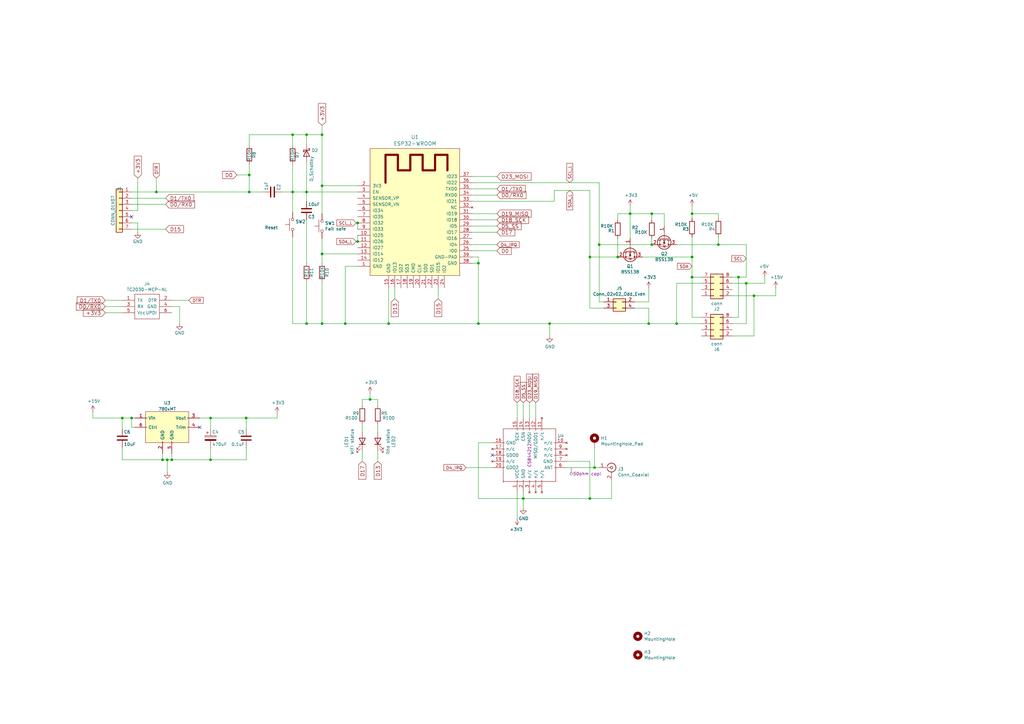
<source format=kicad_sch>
(kicad_sch (version 20230121) (generator eeschema)
  (paper "A3")
  (lib_symbols
    (symbol "Connector:Conn_Coaxial" (pin_names (offset 1.016) hide)
      (property "Reference" "J" (at 0.254 3.048 0))
      (property "Value" "Conn_Coaxial" (at 2.921 0 90))
      (symbol "Conn_Coaxial_0_1"
        (arc (start -1.778 -0.508) (mid 0.222 -1.808) (end 1.778 0) (stroke (width 0.254)))
        (polyline (pts (xy -2.54 0) (xy -0.508 0)))
        (polyline (pts (xy 0 -2.54) (xy 0 -1.778)))
        (circle (center 0 0) (radius 0.508) (stroke (width 0.2032)))
        (arc (start 1.778 0) (mid 0.222 1.8083) (end -1.778 0.508) (stroke (width 0.254)))
      )
      (symbol "Conn_Coaxial_1_1"
        (pin passive line (at -5.08 0 0) (length 2.54) (name "In") (number "1"))
        (pin passive line (at 0 -5.08 90) (length 2.54) (name "Ext") (number "2"))
      )
    )
    (symbol "Connector_Generic:Conn_01x07" (pin_names (offset 1.016) hide)
      (property "Reference" "J" (at 0 10.16 0))
      (property "Value" "Conn_01x07" (at 0 -10.16 0))
      (symbol "Conn_01x07_1_1"
        (rectangle (start -1.27 -7.493) (end 0 -7.747) (stroke (width 0.1524)))
        (rectangle (start -1.27 -4.953) (end 0 -5.207) (stroke (width 0.1524)))
        (rectangle (start -1.27 -2.413) (end 0 -2.667) (stroke (width 0.1524)))
        (rectangle (start -1.27 0.127) (end 0 -0.127) (stroke (width 0.1524)))
        (rectangle (start -1.27 2.667) (end 0 2.413) (stroke (width 0.1524)))
        (rectangle (start -1.27 5.207) (end 0 4.953) (stroke (width 0.1524)))
        (rectangle (start -1.27 7.747) (end 0 7.493) (stroke (width 0.1524)))
        (rectangle (start -1.27 8.89) (end 1.27 -8.89) (stroke (width 0.254)) (fill (type background)))
        (pin passive line (at -5.08 7.62 0) (length 3.81) (name "Pin_1") (number "1"))
        (pin passive line (at -5.08 5.08 0) (length 3.81) (name "Pin_2") (number "2"))
        (pin passive line (at -5.08 2.54 0) (length 3.81) (name "Pin_3") (number "3"))
        (pin passive line (at -5.08 0 0) (length 3.81) (name "Pin_4") (number "4"))
        (pin passive line (at -5.08 -2.54 0) (length 3.81) (name "Pin_5") (number "5"))
        (pin passive line (at -5.08 -5.08 0) (length 3.81) (name "Pin_6") (number "6"))
        (pin passive line (at -5.08 -7.62 0) (length 3.81) (name "Pin_7") (number "7"))
      )
    )
    (symbol "Connector_Generic:Conn_02x02_Odd_Even" (pin_names (offset 1.016) hide)
      (property "Reference" "J" (at 1.27 2.54 0))
      (property "Value" "Conn_02x02_Odd_Even" (at 1.27 -5.08 0))
      (symbol "Conn_02x02_Odd_Even_1_1"
        (rectangle (start -1.27 -2.413) (end 0 -2.667) (stroke (width 0.1524)))
        (rectangle (start -1.27 0.127) (end 0 -0.127) (stroke (width 0.1524)))
        (rectangle (start -1.27 1.27) (end 3.81 -3.81) (stroke (width 0.254)) (fill (type background)))
        (rectangle (start 3.81 -2.413) (end 2.54 -2.667) (stroke (width 0.1524)))
        (rectangle (start 3.81 0.127) (end 2.54 -0.127) (stroke (width 0.1524)))
        (pin passive line (at -5.08 0 0) (length 3.81) (name "Pin_1") (number "1"))
        (pin passive line (at 7.62 0 180) (length 3.81) (name "Pin_2") (number "2"))
        (pin passive line (at -5.08 -2.54 0) (length 3.81) (name "Pin_3") (number "3"))
        (pin passive line (at 7.62 -2.54 180) (length 3.81) (name "Pin_4") (number "4"))
      )
    )
    (symbol "Connector_Generic:Conn_02x04_Odd_Even" (pin_names (offset 1.016) hide)
      (property "Reference" "J" (at 1.27 5.08 0))
      (property "Value" "Conn_02x04_Odd_Even" (at 1.27 -7.62 0))
      (symbol "Conn_02x04_Odd_Even_1_1"
        (rectangle (start -1.27 -4.953) (end 0 -5.207) (stroke (width 0.1524)))
        (rectangle (start -1.27 -2.413) (end 0 -2.667) (stroke (width 0.1524)))
        (rectangle (start -1.27 0.127) (end 0 -0.127) (stroke (width 0.1524)))
        (rectangle (start -1.27 2.667) (end 0 2.413) (stroke (width 0.1524)))
        (rectangle (start -1.27 3.81) (end 3.81 -6.35) (stroke (width 0.254)) (fill (type background)))
        (rectangle (start 3.81 -4.953) (end 2.54 -5.207) (stroke (width 0.1524)))
        (rectangle (start 3.81 -2.413) (end 2.54 -2.667) (stroke (width 0.1524)))
        (rectangle (start 3.81 0.127) (end 2.54 -0.127) (stroke (width 0.1524)))
        (rectangle (start 3.81 2.667) (end 2.54 2.413) (stroke (width 0.1524)))
        (pin passive line (at -5.08 2.54 0) (length 3.81) (name "Pin_1") (number "1"))
        (pin passive line (at 7.62 2.54 180) (length 3.81) (name "Pin_2") (number "2"))
        (pin passive line (at -5.08 0 0) (length 3.81) (name "Pin_3") (number "3"))
        (pin passive line (at 7.62 0 180) (length 3.81) (name "Pin_4") (number "4"))
        (pin passive line (at -5.08 -2.54 0) (length 3.81) (name "Pin_5") (number "5"))
        (pin passive line (at 7.62 -2.54 180) (length 3.81) (name "Pin_6") (number "6"))
        (pin passive line (at -5.08 -5.08 0) (length 3.81) (name "Pin_7") (number "7"))
        (pin passive line (at 7.62 -5.08 180) (length 3.81) (name "Pin_8") (number "8"))
      )
    )
    (symbol "Device:C" (pin_numbers hide) (pin_names (offset 0.254))
      (property "Reference" "C" (at 0.635 2.54 0))
      (property "Value" "C" (at 0.635 -2.54 0))
      (symbol "C_0_1"
        (polyline (pts (xy -2.032 -0.762) (xy 2.032 -0.762)) (stroke (width 0.508)))
        (polyline (pts (xy -2.032 0.762) (xy 2.032 0.762)) (stroke (width 0.508)))
      )
      (symbol "C_1_1"
        (pin passive line (at 0 3.81 270) (length 2.794) (name "~") (number "1"))
        (pin passive line (at 0 -3.81 90) (length 2.794) (name "~") (number "2"))
      )
    )
    (symbol "Device:CP" (pin_numbers hide) (pin_names (offset 0.254))
      (property "Reference" "C" (at 0.635 2.54 0))
      (property "Value" "Device_CP" (at 0.635 -2.54 0))
      (symbol "CP_0_1"
        (rectangle (start -2.286 0.508) (end 2.286 1.016))
        (polyline (pts (xy -1.778 2.286) (xy -0.762 2.286)))
        (polyline (pts (xy -1.27 2.794) (xy -1.27 1.778)))
        (rectangle (start 2.286 -0.508) (end -2.286 -1.016) (fill (type outline)))
      )
      (symbol "CP_1_1"
        (pin passive line (at 0 3.81 270) (length 2.794) (name "~") (number "1"))
        (pin passive line (at 0 -3.81 90) (length 2.794) (name "~") (number "2"))
      )
    )
    (symbol "Device:D_Schottky" (pin_numbers hide) (pin_names (offset 1.016) hide)
      (property "Reference" "D" (at 0 2.54 0))
      (property "Value" "D_Schottky" (at 0 -2.54 0))
      (symbol "D_Schottky_0_1"
        (polyline (pts (xy 1.27 0) (xy -1.27 0)))
        (polyline (pts (xy 1.27 1.27) (xy 1.27 -1.27) (xy -1.27 0) (xy 1.27 1.27)) (stroke (width 0.254)))
        (polyline (pts (xy -1.905 0.635) (xy -1.905 1.27) (xy -1.27 1.27) (xy -1.27 -1.27) (xy -0.635 -1.27) (xy -0.635 -0.635)) (stroke (width 0.254)))
      )
      (symbol "D_Schottky_1_1"
        (pin passive line (at -3.81 0 0) (length 2.54) (name "K") (number "1"))
        (pin passive line (at 3.81 0 180) (length 2.54) (name "A") (number "2"))
      )
    )
    (symbol "Device:LED" (pin_numbers hide) (pin_names (offset 1.016) hide)
      (property "Reference" "D" (at 0 2.54 0))
      (property "Value" "LED" (at 0 -2.54 0))
      (symbol "LED_0_1"
        (polyline (pts (xy -1.27 -1.27) (xy -1.27 1.27)) (stroke (width 0.254)))
        (polyline (pts (xy -1.27 0) (xy 1.27 0)))
        (polyline (pts (xy 1.27 -1.27) (xy 1.27 1.27) (xy -1.27 0) (xy 1.27 -1.27)) (stroke (width 0.254)))
        (polyline (pts (xy -3.048 -0.762) (xy -4.572 -2.286) (xy -3.81 -2.286) (xy -4.572 -2.286) (xy -4.572 -1.524)))
        (polyline (pts (xy -1.778 -0.762) (xy -3.302 -2.286) (xy -2.54 -2.286) (xy -3.302 -2.286) (xy -3.302 -1.524)))
      )
      (symbol "LED_1_1"
        (pin passive line (at -3.81 0 0) (length 2.54) (name "K") (number "1"))
        (pin passive line (at 3.81 0 180) (length 2.54) (name "A") (number "2"))
      )
    )
    (symbol "Device:R" (pin_numbers hide) (pin_names (offset 0))
      (property "Reference" "R" (at 2.032 0 90))
      (property "Value" "R" (at 0 0 90))
      (symbol "R_0_1"
        (rectangle (start -1.016 -2.54) (end 1.016 2.54) (stroke (width 0.254)))
      )
      (symbol "R_1_1"
        (pin passive line (at 0 3.81 270) (length 1.27) (name "~") (number "1"))
        (pin passive line (at 0 -3.81 90) (length 1.27) (name "~") (number "2"))
      )
    )
    (symbol "Mechanical:MountingHole" (pin_names (offset 1.016))
      (property "Reference" "H" (at 0 5.08 0))
      (property "Value" "MountingHole" (at 0 3.175 0))
      (symbol "MountingHole_0_1"
        (circle (center 0 0) (radius 1.27) (stroke (width 1.27)))
      )
    )
    (symbol "Mechanical:MountingHole_Pad" (pin_numbers hide) (pin_names (offset 1.016) hide)
      (property "Reference" "H" (at 0 6.35 0))
      (property "Value" "MountingHole_Pad" (at 0 4.445 0))
      (symbol "MountingHole_Pad_0_1"
        (circle (center 0 1.27) (radius 1.27) (stroke (width 1.27)))
      )
      (symbol "MountingHole_Pad_1_1"
        (pin input line (at 0 -2.54 90) (length 2.54) (name "1") (number "1"))
      )
    )
    (symbol "Switch:SW_Push" (pin_numbers hide) (pin_names (offset 1.016) hide)
      (property "Reference" "SW" (at 1.27 2.54 0))
      (property "Value" "SW_Push" (at 0 -1.524 0))
      (symbol "SW_Push_0_1"
        (circle (center -2.032 0) (radius 0.508))
        (polyline (pts (xy 0 1.27) (xy 0 3.048)))
        (polyline (pts (xy 2.54 1.27) (xy -2.54 1.27)))
        (circle (center 2.032 0) (radius 0.508))
        (pin passive line (at -5.08 0 0) (length 2.54) (name "1") (number "1"))
        (pin passive line (at 5.08 0 180) (length 2.54) (name "2") (number "2"))
      )
    )
    (symbol "Transistor_FET:BSS138" (pin_names hide)
      (property "Reference" "Q" (at 5.08 1.905 0))
      (property "Value" "BSS138" (at 5.08 0 0))
      (symbol "BSS138_0_1"
        (polyline (pts (xy 0.254 0) (xy -2.54 0)))
        (polyline (pts (xy 0.254 1.905) (xy 0.254 -1.905)) (stroke (width 0.254)))
        (polyline (pts (xy 0.762 -1.27) (xy 0.762 -2.286)) (stroke (width 0.254)))
        (polyline (pts (xy 0.762 0.508) (xy 0.762 -0.508)) (stroke (width 0.254)))
        (polyline (pts (xy 0.762 2.286) (xy 0.762 1.27)) (stroke (width 0.254)))
        (polyline (pts (xy 2.54 2.54) (xy 2.54 1.778)))
        (polyline (pts (xy 2.54 -2.54) (xy 2.54 0) (xy 0.762 0)))
        (polyline (pts (xy 0.762 -1.778) (xy 3.302 -1.778) (xy 3.302 1.778) (xy 0.762 1.778)))
        (polyline (pts (xy 1.016 0) (xy 2.032 0.381) (xy 2.032 -0.381) (xy 1.016 0)) (fill (type outline)))
        (polyline (pts (xy 2.794 0.508) (xy 2.921 0.381) (xy 3.683 0.381) (xy 3.81 0.254)))
        (polyline (pts (xy 3.302 0.381) (xy 2.921 -0.254) (xy 3.683 -0.254) (xy 3.302 0.381)))
        (circle (center 1.651 0) (radius 2.794) (stroke (width 0.254)))
        (circle (center 2.54 -1.778) (radius 0.254) (fill (type outline)))
        (circle (center 2.54 1.778) (radius 0.254) (fill (type outline)))
      )
      (symbol "BSS138_1_1"
        (pin input line (at -5.08 0 0) (length 2.54) (name "G") (number "1"))
        (pin passive line (at 2.54 -5.08 90) (length 2.54) (name "S") (number "2"))
        (pin passive line (at 2.54 5.08 270) (length 2.54) (name "D") (number "3"))
      )
    )
    (symbol "nrg_watch:EByte_E07_CC1101"
      (property "Reference" "U4" (at 7.9782 -12.8112 90))
      (property "Value" "~" (at -10.795 10.795 0))
      (property "LCSC" "C5844212" (at 0 0 0))
      (symbol "EByte_E07_CC1101_0_1"
        (polyline (pts (xy -10.795 10.795) (xy 10.795 10.795) (xy 10.795 -10.795) (xy -10.795 -10.795) (xy -10.795 10.795)))
      )
      (symbol "EByte_E07_CC1101_1_1"
        (pin power_in line (at -15.24 5.08 0) (length 5.08) (name "VCC") (number "1"))
        (pin no_connect line (at 5.08 -15.24 90) (length 5.08) (name "n/c") (number "10"))
        (pin no_connect line (at 15.24 -5.08 180) (length 5.08) (name "n/c") (number "11"))
        (pin bidirectional line (at 15.24 -2.54 180) (length 5.08) (name "MISO/GDO1") (number "12"))
        (pin bidirectional line (at 15.24 0 180) (length 5.08) (name "MOSI") (number "13"))
        (pin input line (at 15.24 2.54 180) (length 5.08) (name "CSN") (number "14"))
        (pin input line (at 15.24 5.08 180) (length 5.08) (name "SCK") (number "15"))
        (pin power_in line (at 5.08 15.24 270) (length 5.08) (name "GND") (number "16"))
        (pin no_connect line (at 2.54 15.24 270) (length 5.08) (name "n/c") (number "17"))
        (pin bidirectional line (at 0 15.24 270) (length 5.08) (name "GDO0") (number "18"))
        (pin no_connect line (at -2.54 15.24 270) (length 5.08) (name "n/c") (number "19"))
        (pin power_in line (at -15.24 2.54 0) (length 5.08) (name "GND") (number "2"))
        (pin bidirectional line (at -5.08 15.24 270) (length 5.08) (name "GDO2") (number "20"))
        (pin no_connect line (at -15.24 0 0) (length 5.08) (name "n/c") (number "3"))
        (pin no_connect line (at -15.24 -2.54 0) (length 5.08) (name "n/c") (number "4"))
        (pin no_connect line (at -15.24 -5.08 0) (length 5.08) (name "n/c") (number "5"))
        (pin output line (at -5.08 -15.24 90) (length 5.08) (name "ANT") (number "6"))
        (pin power_in line (at -2.54 -15.24 90) (length 5.08) (name "GND") (number "7"))
        (pin no_connect line (at 0 -15.24 90) (length 5.08) (name "n/c") (number "8"))
        (pin no_connect line (at 2.54 -15.24 90) (length 5.08) (name "n/c") (number "9"))
      )
    )
    (symbol "nrg_watch:ESP32-WROOM" (pin_names (offset 1.016))
      (property "Reference" "U" (at -17.78 31.75 0))
      (property "Value" "nrg_watch_ESP32-WROOM" (at 12.7 31.75 0))
      (symbol "ESP32-WROOM_0_1"
        (rectangle (start -19.05 30.48) (end 17.78 -21.59) (fill (type background)))
        (polyline (pts (xy -12.7 16.51) (xy -12.7 27.94) (xy -7.62 27.94) (xy -7.62 21.59) (xy -2.54 21.59) (xy -2.54 27.94) (xy 2.54 27.94) (xy 2.54 21.59) (xy 7.62 21.59) (xy 7.62 27.94) (xy 12.7 27.94) (xy 12.7 21.59)) (stroke (width 0.889)))
      )
      (symbol "ESP32-WROOM_1_1"
        (pin power_out line (at -24.13 -17.78 0) (length 5.08) (name "GND") (number "1"))
        (pin bidirectional line (at -24.13 -5.08 0) (length 5.08) (name "IO25") (number "10"))
        (pin bidirectional line (at -24.13 -7.62 0) (length 5.08) (name "IO26") (number "11"))
        (pin bidirectional line (at -24.13 -10.16 0) (length 5.08) (name "IO27") (number "12"))
        (pin bidirectional line (at -24.13 -12.7 0) (length 5.08) (name "IO14") (number "13"))
        (pin bidirectional line (at -24.13 -15.24 0) (length 5.08) (name "IO12") (number "14"))
        (pin power_in line (at -11.43 -26.67 90) (length 5.08) (name "GND") (number "15"))
        (pin bidirectional line (at -8.89 -26.67 90) (length 5.08) (name "IO13") (number "16"))
        (pin bidirectional line (at -6.35 -26.67 90) (length 5.08) (name "SD2") (number "17"))
        (pin bidirectional line (at -3.81 -26.67 90) (length 5.08) (name "SD3") (number "18"))
        (pin bidirectional line (at -1.27 -26.67 90) (length 5.08) (name "CMD") (number "19"))
        (pin power_in line (at -24.13 15.24 0) (length 5.08) (name "3V3") (number "2"))
        (pin input line (at 1.27 -26.67 90) (length 5.08) (name "CLK") (number "20"))
        (pin bidirectional line (at 3.81 -26.67 90) (length 5.08) (name "SDO") (number "21"))
        (pin bidirectional line (at 6.35 -26.67 90) (length 5.08) (name "SD1") (number "22"))
        (pin bidirectional line (at 8.89 -26.67 90) (length 5.08) (name "IO15") (number "23"))
        (pin bidirectional line (at 11.43 -26.67 90) (length 5.08) (name "IO2") (number "24"))
        (pin bidirectional line (at 22.86 -11.43 180) (length 5.08) (name "IO0") (number "25"))
        (pin input line (at 22.86 -8.89 180) (length 5.08) (name "IO4") (number "26"))
        (pin bidirectional line (at 22.86 -6.35 180) (length 5.08) (name "IO16") (number "27"))
        (pin bidirectional line (at 22.86 -3.81 180) (length 5.08) (name "IO17") (number "28"))
        (pin bidirectional line (at 22.86 -1.27 180) (length 5.08) (name "IO5") (number "29"))
        (pin input line (at -24.13 12.7 0) (length 5.08) (name "EN") (number "3"))
        (pin input line (at 22.86 1.27 180) (length 5.08) (name "IO18") (number "30"))
        (pin bidirectional line (at 22.86 3.81 180) (length 5.08) (name "IO19") (number "31"))
        (pin no_connect line (at 22.86 6.35 180) (length 5.08) (name "NC") (number "32"))
        (pin bidirectional line (at 22.86 8.89 180) (length 5.08) (name "IO21") (number "33"))
        (pin bidirectional line (at 22.86 11.43 180) (length 5.08) (name "RXD0") (number "34"))
        (pin bidirectional line (at 22.86 13.97 180) (length 5.08) (name "TXD0") (number "35"))
        (pin bidirectional line (at 22.86 16.51 180) (length 5.08) (name "IO22") (number "36"))
        (pin bidirectional line (at 22.86 19.05 180) (length 5.08) (name "IO23") (number "37"))
        (pin power_in line (at 22.86 -16.51 180) (length 5.08) (name "GND") (number "38"))
        (pin power_in line (at 22.86 -13.97 180) (length 5.08) (name "GND-PAD") (number "39"))
        (pin input line (at -24.13 10.16 0) (length 5.08) (name "SENSOR_VP") (number "4"))
        (pin input line (at -24.13 7.62 0) (length 5.08) (name "SENSOR_VN") (number "5"))
        (pin bidirectional line (at -24.13 5.08 0) (length 5.08) (name "IO34") (number "6"))
        (pin bidirectional line (at -24.13 2.54 0) (length 5.08) (name "IO35") (number "7"))
        (pin bidirectional line (at -24.13 0 0) (length 5.08) (name "IO32") (number "8"))
        (pin bidirectional line (at -24.13 -2.54 0) (length 5.08) (name "IO33") (number "9"))
      )
    )
    (symbol "nrg_watch:TC2030-MCP-NL" (pin_names (offset 1.016))
      (property "Reference" "J" (at 0 6.35 0))
      (property "Value" "nrg_watch_TC2030-MCP-NL" (at 0.635 -6.35 0))
      (symbol "TC2030-MCP-NL_0_1"
        (rectangle (start -5.08 5.08) (end 5.08 -5.08))
      )
      (symbol "TC2030-MCP-NL_1_1"
        (pin input line (at -10.16 2.54 0) (length 5.08) (name "TX") (number "1"))
        (pin input line (at 10.16 2.54 180) (length 5.08) (name "DTR") (number "2"))
        (pin input line (at -10.16 0 0) (length 5.08) (name "RX") (number "3"))
        (pin input line (at 10.16 0 180) (length 5.08) (name "GND") (number "4"))
        (pin input line (at -10.16 -2.54 0) (length 5.08) (name "Vcc") (number "5"))
        (pin input line (at 10.16 -2.54 180) (length 5.08) (name "UPDI") (number "6"))
      )
    )
    (symbol "nrgwatch:780xMT"
      (property "Reference" "U" (at 0 7.62 0))
      (property "Value" "780xMT" (at 0 10.16 0))
      (symbol "780xMT_0_1"
        (rectangle (start -8.89 6.35) (end 8.89 -6.35) (stroke (width 0.1524)) (fill (type background)))
      )
      (symbol "780xMT_1_1"
        (pin power_in line (at -13.335 3.81 0) (length 5.08) (name "Vin") (number "1"))
        (pin input line (at -1.905 -10.795 90) (length 5.08) (name "GND") (number "2"))
        (pin power_out line (at 13.335 3.81 180) (length 5.08) (name "Vout") (number "3"))
        (pin input line (at 13.335 0 180) (length 5.08) (name "Trim") (number "4"))
        (pin input line (at 1.905 -10.795 90) (length 5.08) (name "GND") (number "5"))
        (pin input line (at -13.335 0 0) (length 5.08) (name "Ctrl") (number "6"))
      )
    )
    (symbol "power:+15V" (power) (pin_names (offset 0))
      (property "Value" "+15V" (at 0 3.556 0))
      (symbol "+15V_0_1"
        (polyline (pts (xy -0.762 1.27) (xy 0 2.54)))
        (polyline (pts (xy 0 0) (xy 0 2.54)))
        (polyline (pts (xy 0 2.54) (xy 0.762 1.27)))
      )
      (symbol "+15V_1_1"
        (pin power_in line (at 0 0 90) (length 0) hide (name "+15V") (number "1"))
      )
    )
    (symbol "power:+3V3" (power) (pin_names (offset 0))
      (property "Value" "+3V3" (at 0 3.556 0))
      (symbol "+3V3_0_1"
        (polyline (pts (xy -0.762 1.27) (xy 0 2.54)))
        (polyline (pts (xy 0 0) (xy 0 2.54)))
        (polyline (pts (xy 0 2.54) (xy 0.762 1.27)))
      )
      (symbol "+3V3_1_1"
        (pin power_in line (at 0 0 90) (length 0) hide (name "+3V3") (number "1"))
      )
    )
    (symbol "power:+5V" (power) (pin_names (offset 0))
      (property "Value" "+5V" (at 0 3.556 0))
      (symbol "+5V_0_1"
        (polyline (pts (xy -0.762 1.27) (xy 0 2.54)))
        (polyline (pts (xy 0 0) (xy 0 2.54)))
        (polyline (pts (xy 0 2.54) (xy 0.762 1.27)))
      )
      (symbol "+5V_1_1"
        (pin power_in line (at 0 0 90) (length 0) hide (name "+5V") (number "1"))
      )
    )
    (symbol "power:GND" (power) (pin_names (offset 0))
      (property "Value" "GND" (at 0 -3.81 0))
      (symbol "GND_0_1"
        (polyline (pts (xy 0 0) (xy 0 -1.27) (xy 1.27 -1.27) (xy 0 -2.54) (xy -1.27 -1.27) (xy 0 -1.27)))
      )
      (symbol "GND_1_1"
        (pin power_in line (at 0 0 270) (length 0) hide (name "GND") (number "1"))
      )
    )
  )
  (junction (at 102.235 78.74))
  (junction (at 309.245 121.285))
  (junction (at 68.58 188.595))
  (junction (at 159.385 132.715))
  (junction (at 141.605 132.715))
  (junction (at 151.765 163.83))
  (junction (at 283.845 113.665))
  (junction (at 120.015 78.74))
  (junction (at 267.335 100.33))
  (junction (at 294.64 100.33))
  (junction (at 196.215 132.715))
  (junction (at 266.065 132.715))
  (junction (at 53.975 171.45))
  (junction (at 277.495 132.715))
  (junction (at 66.675 188.595))
  (junction (at 64.135 78.74))
  (junction (at 146.685 99.06))
  (junction (at 306.07 116.205))
  (junction (at 245.745 100.33))
  (junction (at 102.235 71.755))
  (junction (at 86.36 171.45))
  (junction (at 283.845 87.63))
  (junction (at 214.63 204.47))
  (junction (at 86.36 188.595))
  (junction (at 132.08 104.14))
  (junction (at 132.08 132.715))
  (junction (at 70.485 188.595))
  (junction (at 132.08 76.2))
  (junction (at 302.895 113.665))
  (junction (at 132.08 55.245))
  (junction (at 241.935 105.41))
  (junction (at 120.015 55.245))
  (junction (at 100.965 171.45))
  (junction (at 241.935 204.47))
  (junction (at 243.84 191.77))
  (junction (at 125.73 55.245))
  (junction (at 225.425 132.715))
  (junction (at 253.365 105.41))
  (junction (at 125.73 132.715))
  (junction (at 258.445 87.63))
  (junction (at 196.215 107.95))
  (junction (at 125.73 78.74))
  (junction (at 283.845 105.41))
  (junction (at 50.165 171.45))
  (junction (at 267.335 87.63))
  (junction (at 146.685 91.44))
  (no_connect (at 53.975 88.9))
  (no_connect (at 201.93 186.69))
  (no_connect (at 81.915 175.26))
  (wire (pts (xy 313.69 113.665) (xy 313.69 116.205)))
  (wire (pts (xy 201.93 181.61) (xy 196.215 181.61)))
  (wire (pts (xy 43.18 125.73) (xy 50.165 125.73)))
  (wire (pts (xy 141.605 132.715) (xy 159.385 132.715)))
  (wire (pts (xy 68.58 193.675) (xy 68.58 188.595)))
  (wire (pts (xy 302.895 113.665) (xy 306.07 113.665)))
  (wire (pts (xy 283.845 97.155) (xy 283.845 105.41)))
  (wire (pts (xy 193.675 92.71) (xy 203.835 92.71)))
  (wire (pts (xy 55.245 175.26) (xy 53.975 175.26)))
  (wire (pts (xy 120.015 78.74) (xy 125.73 78.74)))
  (wire (pts (xy 302.895 113.665) (xy 302.895 130.175)))
  (wire (pts (xy 258.445 84.455) (xy 258.445 87.63)))
  (wire (pts (xy 102.235 59.69) (xy 102.235 55.245)))
  (wire (pts (xy 125.73 90.17) (xy 125.73 107.95)))
  (wire (pts (xy 179.705 122.555) (xy 179.705 118.11)))
  (wire (pts (xy 196.215 105.41) (xy 196.215 107.95)))
  (wire (pts (xy 141.605 109.22) (xy 146.685 109.22)))
  (wire (pts (xy 196.215 181.61) (xy 196.215 204.47)))
  (wire (pts (xy 148.59 184.785) (xy 148.59 189.23)))
  (wire (pts (xy 294.64 87.63) (xy 294.64 89.535)))
  (wire (pts (xy 154.94 184.785) (xy 154.94 189.23)))
  (wire (pts (xy 125.73 55.245) (xy 132.08 55.245)))
  (wire (pts (xy 102.235 71.755) (xy 97.155 71.755)))
  (wire (pts (xy 132.08 132.715) (xy 141.605 132.715)))
  (wire (pts (xy 196.215 204.47) (xy 214.63 204.47)))
  (wire (pts (xy 146.685 104.14) (xy 132.08 104.14)))
  (wire (pts (xy 214.63 201.93) (xy 214.63 204.47)))
  (wire (pts (xy 43.18 128.27) (xy 50.165 128.27)))
  (wire (pts (xy 64.135 78.74) (xy 102.235 78.74)))
  (wire (pts (xy 56.515 86.36) (xy 56.515 73.025)))
  (wire (pts (xy 241.935 189.23) (xy 241.935 204.47)))
  (wire (pts (xy 309.245 121.285) (xy 318.135 121.285)))
  (wire (pts (xy 151.765 163.83) (xy 154.94 163.83)))
  (wire (pts (xy 241.935 78.105) (xy 227.33 78.105)))
  (wire (pts (xy 241.935 105.41) (xy 241.935 78.105)))
  (wire (pts (xy 70.485 125.73) (xy 73.66 125.73)))
  (wire (pts (xy 120.015 132.715) (xy 125.73 132.715)))
  (wire (pts (xy 232.41 189.23) (xy 241.935 189.23)))
  (wire (pts (xy 283.845 130.175) (xy 287.655 130.175)))
  (wire (pts (xy 159.385 132.715) (xy 196.215 132.715)))
  (wire (pts (xy 73.66 125.73) (xy 73.66 132.715)))
  (wire (pts (xy 258.445 87.63) (xy 267.335 87.63)))
  (wire (pts (xy 132.08 76.2) (xy 132.08 87.63)))
  (wire (pts (xy 50.165 175.895) (xy 50.165 171.45)))
  (wire (pts (xy 212.09 201.93) (xy 212.09 212.725)))
  (wire (pts (xy 300.355 113.665) (xy 302.895 113.665)))
  (wire (pts (xy 277.495 132.715) (xy 287.655 132.715)))
  (wire (pts (xy 125.73 78.74) (xy 146.685 78.74)))
  (wire (pts (xy 102.235 78.74) (xy 107.95 78.74)))
  (wire (pts (xy 151.765 161.29) (xy 151.765 163.83)))
  (wire (pts (xy 214.63 204.47) (xy 214.63 208.28)))
  (wire (pts (xy 53.975 78.74) (xy 64.135 78.74)))
  (wire (pts (xy 66.675 186.055) (xy 66.675 188.595)))
  (wire (pts (xy 193.675 95.25) (xy 203.835 95.25)))
  (wire (pts (xy 250.825 196.85) (xy 250.825 204.47)))
  (wire (pts (xy 217.17 165.1) (xy 217.17 171.45)))
  (wire (pts (xy 260.35 126.365) (xy 266.065 126.365)))
  (wire (pts (xy 300.355 130.175) (xy 302.895 130.175)))
  (wire (pts (xy 300.355 121.285) (xy 309.245 121.285)))
  (wire (pts (xy 161.925 118.11) (xy 161.925 122.555)))
  (wire (pts (xy 225.425 132.715) (xy 266.065 132.715)))
  (wire (pts (xy 132.08 115.57) (xy 132.08 132.715)))
  (wire (pts (xy 132.08 76.2) (xy 146.685 76.2)))
  (wire (pts (xy 50.165 188.595) (xy 50.165 183.515)))
  (wire (pts (xy 277.495 116.205) (xy 277.495 132.715)))
  (wire (pts (xy 253.365 87.63) (xy 258.445 87.63)))
  (wire (pts (xy 300.355 137.795) (xy 309.245 137.795)))
  (wire (pts (xy 64.135 73.025) (xy 64.135 78.74)))
  (wire (pts (xy 146.685 93.98) (xy 146.685 91.44)))
  (wire (pts (xy 120.015 78.74) (xy 120.015 86.995)))
  (wire (pts (xy 283.845 113.665) (xy 283.845 130.175)))
  (wire (pts (xy 196.215 107.95) (xy 196.215 132.715)))
  (wire (pts (xy 193.675 105.41) (xy 196.215 105.41)))
  (wire (pts (xy 306.07 100.33) (xy 306.07 113.665)))
  (wire (pts (xy 266.065 118.11) (xy 266.065 123.825)))
  (wire (pts (xy 253.365 97.79) (xy 253.365 105.41)))
  (wire (pts (xy 38.1 171.45) (xy 38.1 168.91)))
  (wire (pts (xy 193.675 87.63) (xy 203.835 87.63)))
  (wire (pts (xy 266.065 132.715) (xy 277.495 132.715)))
  (wire (pts (xy 267.335 90.17) (xy 267.335 87.63)))
  (wire (pts (xy 306.07 116.205) (xy 313.69 116.205)))
  (wire (pts (xy 253.365 90.17) (xy 253.365 87.63)))
  (wire (pts (xy 159.385 118.11) (xy 159.385 132.715)))
  (wire (pts (xy 245.745 123.825) (xy 247.65 123.825)))
  (wire (pts (xy 294.64 100.33) (xy 306.07 100.33)))
  (wire (pts (xy 245.745 191.77) (xy 243.84 191.77)))
  (wire (pts (xy 86.36 188.595) (xy 100.965 188.595)))
  (wire (pts (xy 53.975 81.28) (xy 67.945 81.28)))
  (wire (pts (xy 86.36 175.895) (xy 86.36 171.45)))
  (wire (pts (xy 203.835 100.33) (xy 193.675 100.33)))
  (wire (pts (xy 154.94 163.83) (xy 154.94 166.37)))
  (wire (pts (xy 132.08 51.435) (xy 132.08 55.245)))
  (wire (pts (xy 277.495 100.33) (xy 294.64 100.33)))
  (wire (pts (xy 146.685 99.06) (xy 146.05 99.06)))
  (wire (pts (xy 148.59 163.83) (xy 151.765 163.83)))
  (wire (pts (xy 125.73 82.55) (xy 125.73 78.74)))
  (wire (pts (xy 43.18 123.19) (xy 50.165 123.19)))
  (wire (pts (xy 260.35 123.825) (xy 266.065 123.825)))
  (wire (pts (xy 125.73 115.57) (xy 125.73 132.715)))
  (wire (pts (xy 258.445 87.63) (xy 258.445 97.79)))
  (wire (pts (xy 232.41 191.77) (xy 243.84 191.77)))
  (wire (pts (xy 245.745 100.33) (xy 267.335 100.33)))
  (wire (pts (xy 283.845 84.455) (xy 283.845 87.63)))
  (wire (pts (xy 125.73 132.715) (xy 132.08 132.715)))
  (wire (pts (xy 306.07 116.205) (xy 306.07 132.715)))
  (wire (pts (xy 241.935 204.47) (xy 250.825 204.47)))
  (wire (pts (xy 102.235 55.245) (xy 120.015 55.245)))
  (wire (pts (xy 100.965 171.45) (xy 100.965 175.895)))
  (wire (pts (xy 193.675 82.55) (xy 227.33 82.55)))
  (wire (pts (xy 300.355 132.715) (xy 306.07 132.715)))
  (wire (pts (xy 245.745 74.93) (xy 193.675 74.93)))
  (wire (pts (xy 283.845 87.63) (xy 283.845 89.535)))
  (wire (pts (xy 266.065 126.365) (xy 266.065 132.715)))
  (wire (pts (xy 267.335 87.63) (xy 272.415 87.63)))
  (wire (pts (xy 193.675 77.47) (xy 203.835 77.47)))
  (wire (pts (xy 125.73 66.675) (xy 125.73 78.74)))
  (wire (pts (xy 120.015 97.155) (xy 120.015 132.715)))
  (wire (pts (xy 113.665 171.45) (xy 113.665 169.545)))
  (wire (pts (xy 100.965 171.45) (xy 113.665 171.45)))
  (wire (pts (xy 287.655 116.205) (xy 277.495 116.205)))
  (wire (pts (xy 53.975 93.98) (xy 67.945 93.98)))
  (wire (pts (xy 86.36 171.45) (xy 100.965 171.45)))
  (wire (pts (xy 287.655 113.665) (xy 283.845 113.665)))
  (wire (pts (xy 148.59 173.99) (xy 148.59 177.165)))
  (wire (pts (xy 245.745 100.33) (xy 245.745 123.825)))
  (wire (pts (xy 120.015 55.245) (xy 120.015 59.69)))
  (wire (pts (xy 141.605 109.22) (xy 141.605 132.715)))
  (wire (pts (xy 125.73 55.245) (xy 125.73 59.055)))
  (wire (pts (xy 146.685 96.52) (xy 146.685 99.06)))
  (wire (pts (xy 53.975 171.45) (xy 55.245 171.45)))
  (wire (pts (xy 241.935 126.365) (xy 247.65 126.365)))
  (wire (pts (xy 148.59 166.37) (xy 148.59 163.83)))
  (wire (pts (xy 241.935 105.41) (xy 253.365 105.41)))
  (wire (pts (xy 53.975 83.82) (xy 67.945 83.82)))
  (wire (pts (xy 212.09 165.1) (xy 212.09 171.45)))
  (wire (pts (xy 120.015 55.245) (xy 125.73 55.245)))
  (wire (pts (xy 196.215 132.715) (xy 225.425 132.715)))
  (wire (pts (xy 70.485 123.19) (xy 77.47 123.19)))
  (wire (pts (xy 245.745 100.33) (xy 245.745 74.93)))
  (wire (pts (xy 263.525 105.41) (xy 283.845 105.41)))
  (wire (pts (xy 272.415 87.63) (xy 272.415 92.71)))
  (wire (pts (xy 81.915 171.45) (xy 86.36 171.45)))
  (wire (pts (xy 294.64 97.155) (xy 294.64 100.33)))
  (wire (pts (xy 53.975 175.26) (xy 53.975 171.45)))
  (wire (pts (xy 214.63 165.1) (xy 214.63 171.45)))
  (wire (pts (xy 50.165 171.45) (xy 53.975 171.45)))
  (wire (pts (xy 267.335 97.79) (xy 267.335 100.33)))
  (wire (pts (xy 70.485 188.595) (xy 86.36 188.595)))
  (wire (pts (xy 318.135 118.11) (xy 318.135 121.285)))
  (wire (pts (xy 132.08 55.245) (xy 132.08 76.2)))
  (wire (pts (xy 132.08 97.79) (xy 132.08 104.14)))
  (wire (pts (xy 100.965 188.595) (xy 100.965 183.515)))
  (wire (pts (xy 56.515 86.36) (xy 53.975 86.36)))
  (wire (pts (xy 214.63 204.47) (xy 241.935 204.47)))
  (wire (pts (xy 68.58 188.595) (xy 66.675 188.595)))
  (wire (pts (xy 225.425 137.795) (xy 225.425 132.715)))
  (wire (pts (xy 191.135 191.77) (xy 201.93 191.77)))
  (wire (pts (xy 56.515 91.44) (xy 53.975 91.44)))
  (wire (pts (xy 283.845 87.63) (xy 294.64 87.63)))
  (wire (pts (xy 102.235 71.755) (xy 102.235 78.74)))
  (wire (pts (xy 120.015 67.31) (xy 120.015 78.74)))
  (wire (pts (xy 309.245 137.795) (xy 309.245 121.285)))
  (wire (pts (xy 300.355 116.205) (xy 306.07 116.205)))
  (wire (pts (xy 193.675 90.17) (xy 203.835 90.17)))
  (wire (pts (xy 66.675 188.595) (xy 50.165 188.595)))
  (wire (pts (xy 146.05 91.44) (xy 146.685 91.44)))
  (wire (pts (xy 132.08 104.14) (xy 132.08 107.95)))
  (wire (pts (xy 241.935 105.41) (xy 241.935 126.365)))
  (wire (pts (xy 154.94 173.99) (xy 154.94 177.165)))
  (wire (pts (xy 227.33 82.55) (xy 227.33 78.105)))
  (wire (pts (xy 219.71 165.1) (xy 219.71 171.45)))
  (wire (pts (xy 56.515 95.25) (xy 56.515 91.44)))
  (wire (pts (xy 283.845 105.41) (xy 283.845 113.665)))
  (wire (pts (xy 70.485 186.055) (xy 70.485 188.595)))
  (wire (pts (xy 193.675 72.39) (xy 203.835 72.39)))
  (wire (pts (xy 243.84 183.515) (xy 243.84 191.77)))
  (wire (pts (xy 203.835 102.87) (xy 193.675 102.87)))
  (wire (pts (xy 68.58 188.595) (xy 70.485 188.595)))
  (wire (pts (xy 193.675 80.01) (xy 203.835 80.01)))
  (wire (pts (xy 115.57 78.74) (xy 120.015 78.74)))
  (wire (pts (xy 196.215 107.95) (xy 193.675 107.95)))
  (wire (pts (xy 38.1 171.45) (xy 50.165 171.45)))
  (wire (pts (xy 102.235 67.31) (xy 102.235 71.755)))
  (wire (pts (xy 86.36 183.515) (xy 86.36 188.595)))
  (global_label "DTR" (shape input) (at 77.47 123.19 0) (property "Intersheetrefs" "${INTERSHEET_REFS}" (effects hide)))
  (global_label "D15" (shape input) (at 179.705 122.555 270) (effects (font (size 1.524 1.524))) (property "Intersheetrefs" "${INTERSHEET_REFS}" (effects hide)))
  (global_label "DTR" (shape input) (at 64.135 73.025 90) (property "Intersheetrefs" "${INTERSHEET_REFS}" (effects hide)))
  (global_label "SCL" (shape input) (at 306.07 106.045 180) (property "Intersheetrefs" "${INTERSHEET_REFS}" (effects hide)))
  (global_label "D19_MISO" (shape input) (at 203.835 87.63 0) (effects (font (size 1.524 1.524))) (property "Intersheetrefs" "${INTERSHEET_REFS}" (effects hide)))
  (global_label "D17" (shape input) (at 148.59 189.23 270) (effects (font (size 1.524 1.524))) (property "Intersheetrefs" "${INTERSHEET_REFS}" (effects hide)))
  (global_label "SDA_L" (shape input) (at 146.05 99.06 180) (property "Intersheetrefs" "${INTERSHEET_REFS}" (effects hide)))
  (global_label "D4_IRQ" (shape input) (at 191.135 191.77 180) (property "Intersheetrefs" "${INTERSHEET_REFS}" (effects hide)))
  (global_label "+3V3" (shape input) (at 43.18 128.27 180) (effects (font (size 1.524 1.524))) (property "Intersheetrefs" "${INTERSHEET_REFS}" (effects hide)))
  (global_label "+3V3" (shape input) (at 132.08 51.435 90) (effects (font (size 1.524 1.524))) (property "Intersheetrefs" "${INTERSHEET_REFS}" (effects hide)))
  (global_label "D4_IRQ" (shape input) (at 203.835 100.33 0) (property "Intersheetrefs" "${INTERSHEET_REFS}" (effects hide)))
  (global_label "SCL_L" (shape input) (at 146.05 91.44 180) (property "Intersheetrefs" "${INTERSHEET_REFS}" (effects hide)))
  (global_label "D1/TX0" (shape input) (at 67.945 81.28 0) (effects (font (size 1.524 1.524))) (property "Intersheetrefs" "${INTERSHEET_REFS}" (effects hide)))
  (global_label "D23_MOSI" (shape input) (at 203.835 72.39 0) (effects (font (size 1.524 1.524))) (property "Intersheetrefs" "${INTERSHEET_REFS}" (effects hide)))
  (global_label "D0" (shape input) (at 97.155 71.755 180) (effects (font (size 1.524 1.524))) (property "Intersheetrefs" "${INTERSHEET_REFS}" (effects hide)))
  (global_label "SDA_L" (shape input) (at 233.68 78.105 270) (property "Intersheetrefs" "${INTERSHEET_REFS}" (effects hide)))
  (global_label "D5_SS" (shape input) (at 203.835 92.71 0) (effects (font (size 1.524 1.524))) (property "Intersheetrefs" "${INTERSHEET_REFS}" (effects hide)))
  (global_label "D15" (shape input) (at 67.945 93.98 0) (effects (font (size 1.524 1.524))) (property "Intersheetrefs" "${INTERSHEET_REFS}" (effects hide)))
  (global_label "SCL_L" (shape input) (at 233.68 74.93 90) (property "Intersheetrefs" "${INTERSHEET_REFS}" (effects hide)))
  (global_label "D0/RX0" (shape input) (at 67.945 83.82 0) (effects (font (size 1.524 1.524))) (property "Intersheetrefs" "${INTERSHEET_REFS}" (effects hide)))
  (global_label "D0/RX0" (shape input) (at 203.835 80.01 0) (effects (font (size 1.524 1.524))) (property "Intersheetrefs" "${INTERSHEET_REFS}" (effects hide)))
  (global_label "D23_MOSI" (shape input) (at 217.17 165.1 90) (property "Intersheetrefs" "${INTERSHEET_REFS}" (effects hide)))
  (global_label "D18_SCK" (shape input) (at 203.835 90.17 0) (effects (font (size 1.524 1.524))) (property "Intersheetrefs" "${INTERSHEET_REFS}" (effects hide)))
  (global_label "+3V3" (shape input) (at 56.515 73.025 90) (effects (font (size 1.524 1.524))) (property "Intersheetrefs" "${INTERSHEET_REFS}" (effects hide)))
  (global_label "SDA" (shape input) (at 283.845 109.22 180) (property "Intersheetrefs" "${INTERSHEET_REFS}" (effects hide)))
  (global_label "D17" (shape input) (at 203.835 95.25 0) (effects (font (size 1.524 1.524))) (property "Intersheetrefs" "${INTERSHEET_REFS}" (effects hide)))
  (global_label "D1/TX0" (shape input) (at 43.18 123.19 180) (effects (font (size 1.524 1.524))) (property "Intersheetrefs" "${INTERSHEET_REFS}" (effects hide)))
  (global_label "D13" (shape input) (at 161.925 122.555 270) (effects (font (size 1.524 1.524))) (property "Intersheetrefs" "${INTERSHEET_REFS}" (effects hide)))
  (global_label "D5_SS" (shape input) (at 214.63 165.1 90) (property "Intersheetrefs" "${INTERSHEET_REFS}" (effects hide)))
  (global_label "D19_MISO" (shape input) (at 219.71 165.1 90) (property "Intersheetrefs" "${INTERSHEET_REFS}" (effects hide)))
  (global_label "D13" (shape input) (at 154.94 189.23 270) (effects (font (size 1.524 1.524))) (property "Intersheetrefs" "${INTERSHEET_REFS}" (effects hide)))
  (global_label "D18_SCK" (shape input) (at 212.09 165.1 90) (property "Intersheetrefs" "${INTERSHEET_REFS}" (effects hide)))
  (global_label "D0" (shape input) (at 203.835 102.87 0) (effects (font (size 1.524 1.524))) (property "Intersheetrefs" "${INTERSHEET_REFS}" (effects hide)))
  (global_label "D0/RX0" (shape input) (at 43.18 125.73 180) (effects (font (size 1.524 1.524))) (property "Intersheetrefs" "${INTERSHEET_REFS}" (effects hide)))
  (global_label "D1/TX0" (shape input) (at 203.835 77.47 0) (effects (font (size 1.524 1.524))) (property "Intersheetrefs" "${INTERSHEET_REFS}" (effects hide)))
  (netclass_flag "" (length 2.54) (shape round) (at 234.315 191.77 180) (property "Netclass" "50ohm copl" (at 234.9246 194.31 0) (effects (font italic) (justify left))))
  (symbol (lib_id "Device:R") (at 253.365 93.98 180) (unit 1)
    (property "Reference" "R1" (at 252.095 94.615 0) (effects (justify left)))
    (property "Value" "R10K" (at 251.46 92.71 0) (effects (justify left)))
    (property "Footprint" "Resistor_SMD:R_0805_2012Metric" (effects hide))
    (property "LCSC" "C17414" (effects hide))
  )
  (symbol (lib_id "Device:R") (at 267.335 93.98 0) (unit 1)
    (property "Reference" "R2" (at 259.08 93.345 0) (effects (justify left)))
    (property "Value" "R10K" (at 260.35 95.25 0) (effects (justify left)))
    (property "Footprint" "Resistor_SMD:R_0805_2012Metric" (effects hide))
    (property "LCSC" "C17414" (effects hide))
  )
  (symbol (lib_id "power:GND") (at 225.425 137.795 0) (unit 1)
    (property "Reference" "#PWR05" (effects hide))
    (property "Value" "GND" (at 225.552 142.1892 0))
  )
  (symbol (lib_id "power:+5V") (at 283.845 84.455 0) (unit 1)
    (property "Reference" "#PWR07" (effects hide))
    (property "Value" "+5V" (at 284.226 80.0608 0))
  )
  (symbol (lib_id "Connector_Generic:Conn_02x04_Odd_Even") (at 292.735 118.745 0) (mirror x) (unit 1)
    (property "Reference" "J2" (at 294.005 126.7968 0))
    (property "Value" "conn" (at 294.005 124.4854 0))
    (property "Footprint" "nrg_watch:PM254-2-04-S-8.5" (effects hide))
    (property "LCSC" "C3975149" (effects hide))
  )
  (symbol (lib_id "power:+3V3") (at 258.445 84.455 0) (unit 1)
    (property "Reference" "#PWR06" (effects hide))
    (property "Value" "+3V3" (at 258.826 80.0608 0))
  )
  (symbol (lib_id "Transistor_FET:BSS138") (at 258.445 102.87 270) (unit 1)
    (property "Reference" "Q1" (at 258.445 109.1946 90))
    (property "Value" "BSS138" (at 258.445 111.506 90))
    (property "Footprint" "Package_TO_SOT_SMD:SOT-23W" (effects hide))
    (property "Datasheet" "https://www.fairchildsemi.com/datasheets/BS/BSS138.pdf" (effects hide))
    (property "LCSC" "C170166" (effects hide))
  )
  (symbol (lib_id "Device:LED") (at 154.94 180.975 90) (unit 1)
    (property "Reference" "LED2" (at 161.417 181.1528 0))
    (property "Value" "itho status" (at 159.1056 181.1528 0))
    (property "Footprint" "LED_SMD:LED_0805_2012Metric" (effects hide))
    (property "LCSC" "C2293" (effects hide))
  )
  (symbol (lib_id "Device:R") (at 154.94 170.18 0) (unit 1)
    (property "Reference" "R5" (at 156.21 169.545 0) (effects (justify left)))
    (property "Value" "R100" (at 156.845 171.45 0) (effects (justify left)))
    (property "Footprint" "Resistor_SMD:R_0805_2012Metric" (effects hide))
    (property "LCSC" "C17408" (effects hide))
  )
  (symbol (lib_id "Transistor_FET:BSS138") (at 272.415 97.79 270) (unit 1)
    (property "Reference" "Q2" (at 272.415 104.1146 90))
    (property "Value" "BSS138" (at 272.415 106.426 90))
    (property "Footprint" "Package_TO_SOT_SMD:SOT-23W" (effects hide))
    (property "Datasheet" "https://www.fairchildsemi.com/datasheets/BS/BSS138.pdf" (effects hide))
    (property "LCSC" "C170166" (effects hide))
  )
  (symbol (lib_id "Device:R") (at 283.845 93.345 180) (unit 1)
    (property "Reference" "R3" (at 282.575 93.98 0) (effects (justify left)))
    (property "Value" "R10K" (at 281.94 92.075 0) (effects (justify left)))
    (property "Footprint" "Resistor_SMD:R_0805_2012Metric" (effects hide))
    (property "LCSC" "C17414" (effects hide))
  )
  (symbol (lib_id "Device:R") (at 294.64 93.345 180) (unit 1)
    (property "Reference" "R4" (at 293.37 93.98 0) (effects (justify left)))
    (property "Value" "R10K" (at 292.735 92.075 0) (effects (justify left)))
    (property "Footprint" "Resistor_SMD:R_0805_2012Metric" (effects hide))
    (property "LCSC" "C17414" (effects hide))
  )
  (symbol (lib_id "power:+3V3") (at 151.765 161.29 0) (unit 1)
    (property "Reference" "#PWR03" (effects hide))
    (property "Value" "+3V3" (at 152.146 156.8958 0))
  )
  (symbol (lib_id "Connector:Conn_Coaxial") (at 250.825 191.77 0) (unit 1)
    (property "Reference" "J3" (at 253.365 192.405 0) (effects (justify left)))
    (property "Value" "Conn_Coaxial" (at 253.365 194.7164 0) (effects (justify left)))
    (property "Footprint" "Connector_Coaxial:SMA_Amphenol_132289_EdgeMount" (effects hide))
    (property "Datasheet" " ~" (effects hide))
  )
  (symbol (lib_id "Device:R") (at 132.08 111.76 0) (mirror x) (unit 1)
    (property "Reference" "R10" (at 134.112 111.76 90))
    (property "Value" "R10K" (at 132.08 111.76 90))
    (property "Footprint" "Resistor_SMD:R_0805_2012Metric" (effects hide))
    (property "LCSC" "C17414" (effects hide))
  )
  (symbol (lib_id "Connector_Generic:Conn_01x07") (at 48.895 86.36 0) (mirror y) (unit 1)
    (property "Reference" "J1" (at 48.895 77.47 0))
    (property "Value" "CONN_01X07" (at 46.355 86.36 90))
    (property "Footprint" "Connector_PinHeader_2.54mm:PinHeader_1x07_P2.54mm_Vertical" (effects hide))
  )
  (symbol (lib_id "Device:C") (at 111.76 78.74 270) (mirror x) (unit 1)
    (property "Reference" "C2" (at 114.3 78.105 0) (effects (justify left)))
    (property "Value" "1uF" (at 109.22 78.105 0) (effects (justify left)))
    (property "Footprint" "Capacitor_SMD:C_0805_2012Metric" (effects hide))
    (property "LCSC" "C28323" (effects hide))
  )
  (symbol (lib_id "power:GND") (at 56.515 95.25 0) (mirror y) (unit 1)
    (property "Reference" "#PWR01" (effects hide))
    (property "Value" "GND" (at 56.515 99.06 0))
  )
  (symbol (lib_id "Device:R") (at 102.235 63.5 0) (mirror x) (unit 1)
    (property "Reference" "R8" (at 104.267 63.5 90))
    (property "Value" "R10K" (at 102.235 63.5 90))
    (property "Footprint" "Resistor_SMD:R_0805_2012Metric" (effects hide))
    (property "LCSC" "C17414" (effects hide))
  )
  (symbol (lib_id "Device:R") (at 120.015 63.5 0) (mirror x) (unit 1)
    (property "Reference" "R7" (at 122.047 63.5 90))
    (property "Value" "R10K" (at 120.015 63.5 90))
    (property "Footprint" "Resistor_SMD:R_0805_2012Metric" (effects hide))
    (property "LCSC" "C17414" (effects hide))
  )
  (symbol (lib_id "nrg_watch:ESP32-WROOM") (at 170.815 91.44 0) (unit 1)
    (property "Reference" "U1" (at 170.18 56.2102 0) (effects (font (size 1.524 1.524))))
    (property "Value" "ESP32-WROOM" (at 170.18 58.9026 0) (effects (font (size 1.524 1.524))))
    (property "Footprint" "nrg_watch:ESP32-WROOM-32E" (effects hide))
    (property "LCSC" "C473012" (effects hide))
  )
  (symbol (lib_id "Device:C") (at 100.965 179.705 0) (mirror y) (unit 1)
    (property "Reference" "C5" (at 100.33 177.165 0) (effects (justify left)))
    (property "Value" "0.1uF" (at 100.33 182.245 0) (effects (justify left)))
    (property "Footprint" "Capacitor_SMD:C_0805_2012Metric" (effects hide))
    (property "LCSC" "C49678" (effects hide))
  )
  (symbol (lib_id "Device:CP") (at 86.36 179.705 0) (unit 1)
    (property "Reference" "C4" (at 86.995 177.165 0) (effects (justify left)))
    (property "Value" "470uF" (at 86.995 182.245 0) (effects (justify left)))
    (property "Footprint" "Capacitor_Tantalum_SMD:CP_EIA-7343-31_Kemet-D" (effects hide))
    (property "LCSC" "C7229" (effects hide))
  )
  (symbol (lib_id "Device:C") (at 50.165 179.705 0) (unit 1)
    (property "Reference" "C6" (at 50.8 177.165 0) (effects (justify left)))
    (property "Value" "10uF" (at 50.8 182.245 0) (effects (justify left)))
    (property "Footprint" "Capacitor_SMD:C_0805_2012Metric" (effects hide))
    (property "LCSC" "C110053" (effects hide))
  )
  (symbol (lib_id "power:GND") (at 68.58 193.675 0) (unit 1)
    (property "Reference" "#PWR0104" (effects hide))
    (property "Value" "GND" (at 68.707 198.0692 0))
  )
  (symbol (lib_id "Device:R") (at 148.59 170.18 0) (mirror y) (unit 1)
    (property "Reference" "R9" (at 147.32 169.545 0) (effects (justify left)))
    (property "Value" "R100" (at 146.685 171.45 0) (effects (justify left)))
    (property "Footprint" "Resistor_SMD:R_0805_2012Metric" (effects hide))
    (property "LCSC" "C17408" (effects hide))
  )
  (symbol (lib_id "Device:LED") (at 148.59 180.975 270) (mirror x) (unit 1)
    (property "Reference" "LED1" (at 142.113 181.1528 0))
    (property "Value" "WIFI status" (at 144.4244 181.1528 0))
    (property "Footprint" "LED_SMD:LED_0805_2012Metric" (effects hide))
    (property "LCSC" "C2293" (effects hide))
  )
  (symbol (lib_id "power:GND") (at 73.66 132.715 0) (mirror y) (unit 1)
    (property "Reference" "#PWR0105" (effects hide))
    (property "Value" "GND" (at 73.66 136.525 0))
  )
  (symbol (lib_id "Mechanical:MountingHole") (at 261.62 260.985 0) (unit 1)
    (property "Reference" "H2" (at 264.16 259.8166 0) (effects (justify left)))
    (property "Value" "MountingHole" (at 264.16 262.128 0) (effects (justify left)))
    (property "Footprint" "MountingHole:MountingHole_2.5mm" (effects hide))
  )
  (symbol (lib_id "nrg_watch:TC2030-MCP-NL") (at 60.325 125.73 0) (unit 1)
    (property "Reference" "J4" (at 60.325 116.459 0))
    (property "Value" "TC2030-MCP-NL" (at 60.325 118.7704 0))
    (property "Footprint" "nrg_watch:TC2020-MCP-NL" (effects hide))
  )
  (symbol (lib_id "Connector_Generic:Conn_02x02_Odd_Even") (at 252.73 123.825 0) (unit 1)
    (property "Reference" "J5" (at 254 118.3132 0))
    (property "Value" "Conn_02x02_Odd_Even" (at 254 120.6246 0))
    (property "Footprint" "Connector_PinHeader_2.54mm:PinHeader_2x02_P2.54mm_Vertical_SMD" (effects hide))
  )
  (symbol (lib_id "power:+3V3") (at 266.065 118.11 0) (unit 1)
    (property "Reference" "#PWR0106" (effects hide))
    (property "Value" "+3V3" (at 266.446 113.7158 0))
  )
  (symbol (lib_id "power:+3V3") (at 113.665 169.545 0) (unit 1)
    (property "Reference" "#PWR0103" (effects hide))
    (property "Value" "+3V3" (at 114.046 165.1508 0))
  )
  (symbol (lib_id "Switch:SW_Push") (at 132.08 92.71 90) (unit 1)
    (property "Reference" "SW1" (at 133.2992 91.5416 90) (effects (justify right)))
    (property "Value" "Fail safe" (at 133.2992 93.853 90) (effects (justify right)))
    (property "Footprint" "nrg_watch:TS-1187" (effects hide))
    (property "LCSC" "C92589" (effects hide))
  )
  (symbol (lib_id "power:+15V") (at 318.135 118.11 0) (unit 1)
    (property "Reference" "#PWR0107" (effects hide))
    (property "Value" "+15V" (at 318.516 113.7158 0))
  )
  (symbol (lib_id "power:+15V") (at 38.1 168.91 0) (unit 1)
    (property "Reference" "#PWR0108" (effects hide))
    (property "Value" "+15V" (at 38.481 164.5158 0))
  )
  (symbol (lib_id "power:+5V") (at 313.69 113.665 0) (mirror y) (unit 1)
    (property "Reference" "#PWR0109" (effects hide))
    (property "Value" "+5V" (at 313.309 109.2708 0))
  )
  (symbol (lib_id "Device:C") (at 125.73 86.36 0) (mirror x) (unit 1)
    (property "Reference" "C3" (at 126.365 88.9 0) (effects (justify left)))
    (property "Value" "10uF" (at 126.365 83.82 0) (effects (justify left)))
    (property "Footprint" "Capacitor_SMD:C_0805_2012Metric" (effects hide))
    (property "LCSC" "C28323" (effects hide))
  )
  (symbol (lib_id "Device:R") (at 125.73 111.76 0) (mirror x) (unit 1)
    (property "Reference" "R11" (at 127.762 111.76 90))
    (property "Value" "R1K" (at 125.73 111.76 90))
    (property "Footprint" "Resistor_SMD:R_0805_2012Metric" (effects hide))
    (property "LCSC" "C17414" (effects hide))
  )
  (symbol (lib_id "Mechanical:MountingHole_Pad") (at 243.84 180.975 0) (unit 1)
    (property "Reference" "H1" (at 246.38 179.7304 0) (effects (justify left)))
    (property "Value" "MountingHole_Pad" (at 246.38 182.0418 0) (effects (justify left)))
    (property "Footprint" "Connector_Pin:Pin_D1.0mm_L10.0mm" (effects hide))
  )
  (symbol (lib_id "Device:D_Schottky") (at 125.73 62.865 270) (unit 1)
    (property "Reference" "D2" (at 127.762 61.6966 90) (effects (justify left)))
    (property "Value" "D_Schottky" (at 127.762 64.008 0) (effects (justify left)))
    (property "Footprint" "Diode_SMD:D_SOD-123" (effects hide))
  )
  (symbol (lib_id "Switch:SW_Push") (at 120.015 92.075 90) (unit 1)
    (property "Reference" "SW2" (at 121.2342 90.9066 90) (effects (justify right)))
    (property "Value" "Reset" (at 108.585 93.345 90) (effects (justify right)))
    (property "Footprint" "nrg_watch:TS-1187" (effects hide))
    (property "LCSC" "C92589" (effects hide))
  )
  (symbol (lib_id "Mechanical:MountingHole") (at 261.62 268.605 0) (unit 1)
    (property "Reference" "H3" (at 264.16 267.4366 0) (effects (justify left)))
    (property "Value" "MountingHole" (at 264.16 269.748 0) (effects (justify left)))
    (property "Footprint" "MountingHole:MountingHole_2.5mm" (effects hide))
  )
  (symbol (lib_id "power:+3V3") (at 212.09 212.725 180) (unit 1)
    (property "Reference" "#PWR04" (effects hide))
    (property "Value" "+3V3" (at 211.709 217.1192 0))
  )
  (symbol (lib_id "power:GND") (at 214.63 208.28 0) (unit 1)
    (property "Reference" "#PWR02" (effects hide))
    (property "Value" "GND" (at 214.757 212.6742 0))
  )
  (symbol (lib_id "Connector_Generic:Conn_02x04_Odd_Even") (at 292.735 135.255 0) (mirror x) (unit 1)
    (property "Reference" "J6" (at 294.005 143.3068 0))
    (property "Value" "conn" (at 294.005 140.9954 0))
    (property "Footprint" "Connector_PinHeader_2.54mm:PinHeader_2x04_P2.54mm_Vertical_SMD" (effects hide))
    (property "LCSC" "C3294462" (effects hide))
  )
  (symbol (lib_id "nrg_watch:EByte_E07_CC1101") (at 217.17 186.69 90) (unit 1)
    (property "Reference" "U4" (at 229.9812 178.7118 90))
    (property "Value" "~" (at 206.375 197.485 0))
    (property "Footprint" "nrg_watch:E70-433MT14S" (effects hide))
    (property "LCSC" "C5844212" (at 217.17 186.69 0))
  )
  (symbol (lib_id "nrgwatch:780xMT") (at 68.58 175.26 0) (unit 1)
    (property "Reference" "U3" (at 68.58 165.261 0))
    (property "Value" "780xMT" (at 68.58 167.7979 0))
    (property "Footprint" "nrg_watch:Mornsun 780xMT" (effects hide))
  )
)
</source>
